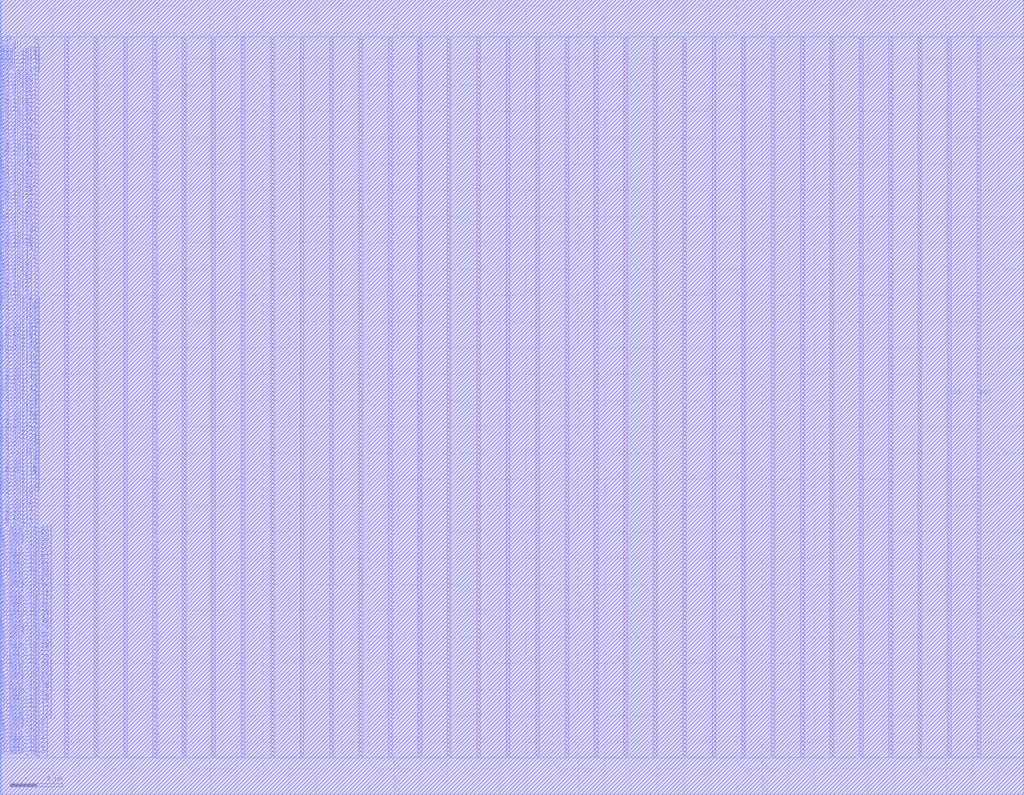
<source format=lef>
VERSION 5.7 ;
BUSBITCHARS "[]" ;
MACRO fakeram45_64x62_upper
  FOREIGN fakeram45_64x62_upper 0 0 ;
  SYMMETRY X Y R90 ;
  SIZE 77.900 BY 60.500 ;
  CLASS BLOCK ;
  PIN w_mask_in[0]
    DIRECTION INPUT ;
    USE SIGNAL ;
    SHAPE ABUTMENT ;
    PORT
      LAYER M3_m ;
      RECT 0.000 2.800 0.070 2.870 ;
    END
  END w_mask_in[0]
  PIN w_mask_in[1]
    DIRECTION INPUT ;
    USE SIGNAL ;
    SHAPE ABUTMENT ;
    PORT
      LAYER M3_m ;
      RECT 0.000 3.080 0.070 3.150 ;
    END
  END w_mask_in[1]
  PIN w_mask_in[2]
    DIRECTION INPUT ;
    USE SIGNAL ;
    SHAPE ABUTMENT ;
    PORT
      LAYER M3_m ;
      RECT 0.000 3.360 0.070 3.430 ;
    END
  END w_mask_in[2]
  PIN w_mask_in[3]
    DIRECTION INPUT ;
    USE SIGNAL ;
    SHAPE ABUTMENT ;
    PORT
      LAYER M3_m ;
      RECT 0.000 3.640 0.070 3.710 ;
    END
  END w_mask_in[3]
  PIN w_mask_in[4]
    DIRECTION INPUT ;
    USE SIGNAL ;
    SHAPE ABUTMENT ;
    PORT
      LAYER M3_m ;
      RECT 0.000 3.920 0.070 3.990 ;
    END
  END w_mask_in[4]
  PIN w_mask_in[5]
    DIRECTION INPUT ;
    USE SIGNAL ;
    SHAPE ABUTMENT ;
    PORT
      LAYER M3_m ;
      RECT 0.000 4.200 0.070 4.270 ;
    END
  END w_mask_in[5]
  PIN w_mask_in[6]
    DIRECTION INPUT ;
    USE SIGNAL ;
    SHAPE ABUTMENT ;
    PORT
      LAYER M3_m ;
      RECT 0.000 4.480 0.070 4.550 ;
    END
  END w_mask_in[6]
  PIN w_mask_in[7]
    DIRECTION INPUT ;
    USE SIGNAL ;
    SHAPE ABUTMENT ;
    PORT
      LAYER M3_m ;
      RECT 0.000 4.760 0.070 4.830 ;
    END
  END w_mask_in[7]
  PIN w_mask_in[8]
    DIRECTION INPUT ;
    USE SIGNAL ;
    SHAPE ABUTMENT ;
    PORT
      LAYER M3_m ;
      RECT 0.000 5.040 0.070 5.110 ;
    END
  END w_mask_in[8]
  PIN w_mask_in[9]
    DIRECTION INPUT ;
    USE SIGNAL ;
    SHAPE ABUTMENT ;
    PORT
      LAYER M3_m ;
      RECT 0.000 5.320 0.070 5.390 ;
    END
  END w_mask_in[9]
  PIN w_mask_in[10]
    DIRECTION INPUT ;
    USE SIGNAL ;
    SHAPE ABUTMENT ;
    PORT
      LAYER M3_m ;
      RECT 0.000 5.600 0.070 5.670 ;
    END
  END w_mask_in[10]
  PIN w_mask_in[11]
    DIRECTION INPUT ;
    USE SIGNAL ;
    SHAPE ABUTMENT ;
    PORT
      LAYER M3_m ;
      RECT 0.000 5.880 0.070 5.950 ;
    END
  END w_mask_in[11]
  PIN w_mask_in[12]
    DIRECTION INPUT ;
    USE SIGNAL ;
    SHAPE ABUTMENT ;
    PORT
      LAYER M3_m ;
      RECT 0.000 6.160 0.070 6.230 ;
    END
  END w_mask_in[12]
  PIN w_mask_in[13]
    DIRECTION INPUT ;
    USE SIGNAL ;
    SHAPE ABUTMENT ;
    PORT
      LAYER M3_m ;
      RECT 0.000 6.440 0.070 6.510 ;
    END
  END w_mask_in[13]
  PIN w_mask_in[14]
    DIRECTION INPUT ;
    USE SIGNAL ;
    SHAPE ABUTMENT ;
    PORT
      LAYER M3_m ;
      RECT 0.000 6.720 0.070 6.790 ;
    END
  END w_mask_in[14]
  PIN w_mask_in[15]
    DIRECTION INPUT ;
    USE SIGNAL ;
    SHAPE ABUTMENT ;
    PORT
      LAYER M3_m ;
      RECT 0.000 7.000 0.070 7.070 ;
    END
  END w_mask_in[15]
  PIN w_mask_in[16]
    DIRECTION INPUT ;
    USE SIGNAL ;
    SHAPE ABUTMENT ;
    PORT
      LAYER M3_m ;
      RECT 0.000 7.280 0.070 7.350 ;
    END
  END w_mask_in[16]
  PIN w_mask_in[17]
    DIRECTION INPUT ;
    USE SIGNAL ;
    SHAPE ABUTMENT ;
    PORT
      LAYER M3_m ;
      RECT 0.000 7.560 0.070 7.630 ;
    END
  END w_mask_in[17]
  PIN w_mask_in[18]
    DIRECTION INPUT ;
    USE SIGNAL ;
    SHAPE ABUTMENT ;
    PORT
      LAYER M3_m ;
      RECT 0.000 7.840 0.070 7.910 ;
    END
  END w_mask_in[18]
  PIN w_mask_in[19]
    DIRECTION INPUT ;
    USE SIGNAL ;
    SHAPE ABUTMENT ;
    PORT
      LAYER M3_m ;
      RECT 0.000 8.120 0.070 8.190 ;
    END
  END w_mask_in[19]
  PIN w_mask_in[20]
    DIRECTION INPUT ;
    USE SIGNAL ;
    SHAPE ABUTMENT ;
    PORT
      LAYER M3_m ;
      RECT 0.000 8.400 0.070 8.470 ;
    END
  END w_mask_in[20]
  PIN w_mask_in[21]
    DIRECTION INPUT ;
    USE SIGNAL ;
    SHAPE ABUTMENT ;
    PORT
      LAYER M3_m ;
      RECT 0.000 8.680 0.070 8.750 ;
    END
  END w_mask_in[21]
  PIN w_mask_in[22]
    DIRECTION INPUT ;
    USE SIGNAL ;
    SHAPE ABUTMENT ;
    PORT
      LAYER M3_m ;
      RECT 0.000 8.960 0.070 9.030 ;
    END
  END w_mask_in[22]
  PIN w_mask_in[23]
    DIRECTION INPUT ;
    USE SIGNAL ;
    SHAPE ABUTMENT ;
    PORT
      LAYER M3_m ;
      RECT 0.000 9.240 0.070 9.310 ;
    END
  END w_mask_in[23]
  PIN w_mask_in[24]
    DIRECTION INPUT ;
    USE SIGNAL ;
    SHAPE ABUTMENT ;
    PORT
      LAYER M3_m ;
      RECT 0.000 9.520 0.070 9.590 ;
    END
  END w_mask_in[24]
  PIN w_mask_in[25]
    DIRECTION INPUT ;
    USE SIGNAL ;
    SHAPE ABUTMENT ;
    PORT
      LAYER M3_m ;
      RECT 0.000 9.800 0.070 9.870 ;
    END
  END w_mask_in[25]
  PIN w_mask_in[26]
    DIRECTION INPUT ;
    USE SIGNAL ;
    SHAPE ABUTMENT ;
    PORT
      LAYER M3_m ;
      RECT 0.000 10.080 0.070 10.150 ;
    END
  END w_mask_in[26]
  PIN w_mask_in[27]
    DIRECTION INPUT ;
    USE SIGNAL ;
    SHAPE ABUTMENT ;
    PORT
      LAYER M3_m ;
      RECT 0.000 10.360 0.070 10.430 ;
    END
  END w_mask_in[27]
  PIN w_mask_in[28]
    DIRECTION INPUT ;
    USE SIGNAL ;
    SHAPE ABUTMENT ;
    PORT
      LAYER M3_m ;
      RECT 0.000 10.640 0.070 10.710 ;
    END
  END w_mask_in[28]
  PIN w_mask_in[29]
    DIRECTION INPUT ;
    USE SIGNAL ;
    SHAPE ABUTMENT ;
    PORT
      LAYER M3_m ;
      RECT 0.000 10.920 0.070 10.990 ;
    END
  END w_mask_in[29]
  PIN w_mask_in[30]
    DIRECTION INPUT ;
    USE SIGNAL ;
    SHAPE ABUTMENT ;
    PORT
      LAYER M3_m ;
      RECT 0.000 11.200 0.070 11.270 ;
    END
  END w_mask_in[30]
  PIN w_mask_in[31]
    DIRECTION INPUT ;
    USE SIGNAL ;
    SHAPE ABUTMENT ;
    PORT
      LAYER M3_m ;
      RECT 0.000 11.480 0.070 11.550 ;
    END
  END w_mask_in[31]
  PIN w_mask_in[32]
    DIRECTION INPUT ;
    USE SIGNAL ;
    SHAPE ABUTMENT ;
    PORT
      LAYER M3_m ;
      RECT 0.000 11.760 0.070 11.830 ;
    END
  END w_mask_in[32]
  PIN w_mask_in[33]
    DIRECTION INPUT ;
    USE SIGNAL ;
    SHAPE ABUTMENT ;
    PORT
      LAYER M3_m ;
      RECT 0.000 12.040 0.070 12.110 ;
    END
  END w_mask_in[33]
  PIN w_mask_in[34]
    DIRECTION INPUT ;
    USE SIGNAL ;
    SHAPE ABUTMENT ;
    PORT
      LAYER M3_m ;
      RECT 0.000 12.320 0.070 12.390 ;
    END
  END w_mask_in[34]
  PIN w_mask_in[35]
    DIRECTION INPUT ;
    USE SIGNAL ;
    SHAPE ABUTMENT ;
    PORT
      LAYER M3_m ;
      RECT 0.000 12.600 0.070 12.670 ;
    END
  END w_mask_in[35]
  PIN w_mask_in[36]
    DIRECTION INPUT ;
    USE SIGNAL ;
    SHAPE ABUTMENT ;
    PORT
      LAYER M3_m ;
      RECT 0.000 12.880 0.070 12.950 ;
    END
  END w_mask_in[36]
  PIN w_mask_in[37]
    DIRECTION INPUT ;
    USE SIGNAL ;
    SHAPE ABUTMENT ;
    PORT
      LAYER M3_m ;
      RECT 0.000 13.160 0.070 13.230 ;
    END
  END w_mask_in[37]
  PIN w_mask_in[38]
    DIRECTION INPUT ;
    USE SIGNAL ;
    SHAPE ABUTMENT ;
    PORT
      LAYER M3_m ;
      RECT 0.000 13.440 0.070 13.510 ;
    END
  END w_mask_in[38]
  PIN w_mask_in[39]
    DIRECTION INPUT ;
    USE SIGNAL ;
    SHAPE ABUTMENT ;
    PORT
      LAYER M3_m ;
      RECT 0.000 13.720 0.070 13.790 ;
    END
  END w_mask_in[39]
  PIN w_mask_in[40]
    DIRECTION INPUT ;
    USE SIGNAL ;
    SHAPE ABUTMENT ;
    PORT
      LAYER M3_m ;
      RECT 0.000 14.000 0.070 14.070 ;
    END
  END w_mask_in[40]
  PIN w_mask_in[41]
    DIRECTION INPUT ;
    USE SIGNAL ;
    SHAPE ABUTMENT ;
    PORT
      LAYER M3_m ;
      RECT 0.000 14.280 0.070 14.350 ;
    END
  END w_mask_in[41]
  PIN w_mask_in[42]
    DIRECTION INPUT ;
    USE SIGNAL ;
    SHAPE ABUTMENT ;
    PORT
      LAYER M3_m ;
      RECT 0.000 14.560 0.070 14.630 ;
    END
  END w_mask_in[42]
  PIN w_mask_in[43]
    DIRECTION INPUT ;
    USE SIGNAL ;
    SHAPE ABUTMENT ;
    PORT
      LAYER M3_m ;
      RECT 0.000 14.840 0.070 14.910 ;
    END
  END w_mask_in[43]
  PIN w_mask_in[44]
    DIRECTION INPUT ;
    USE SIGNAL ;
    SHAPE ABUTMENT ;
    PORT
      LAYER M3_m ;
      RECT 0.000 15.120 0.070 15.190 ;
    END
  END w_mask_in[44]
  PIN w_mask_in[45]
    DIRECTION INPUT ;
    USE SIGNAL ;
    SHAPE ABUTMENT ;
    PORT
      LAYER M3_m ;
      RECT 0.000 15.400 0.070 15.470 ;
    END
  END w_mask_in[45]
  PIN w_mask_in[46]
    DIRECTION INPUT ;
    USE SIGNAL ;
    SHAPE ABUTMENT ;
    PORT
      LAYER M3_m ;
      RECT 0.000 15.680 0.070 15.750 ;
    END
  END w_mask_in[46]
  PIN w_mask_in[47]
    DIRECTION INPUT ;
    USE SIGNAL ;
    SHAPE ABUTMENT ;
    PORT
      LAYER M3_m ;
      RECT 0.000 15.960 0.070 16.030 ;
    END
  END w_mask_in[47]
  PIN w_mask_in[48]
    DIRECTION INPUT ;
    USE SIGNAL ;
    SHAPE ABUTMENT ;
    PORT
      LAYER M3_m ;
      RECT 0.000 16.240 0.070 16.310 ;
    END
  END w_mask_in[48]
  PIN w_mask_in[49]
    DIRECTION INPUT ;
    USE SIGNAL ;
    SHAPE ABUTMENT ;
    PORT
      LAYER M3_m ;
      RECT 0.000 16.520 0.070 16.590 ;
    END
  END w_mask_in[49]
  PIN w_mask_in[50]
    DIRECTION INPUT ;
    USE SIGNAL ;
    SHAPE ABUTMENT ;
    PORT
      LAYER M3_m ;
      RECT 0.000 16.800 0.070 16.870 ;
    END
  END w_mask_in[50]
  PIN w_mask_in[51]
    DIRECTION INPUT ;
    USE SIGNAL ;
    SHAPE ABUTMENT ;
    PORT
      LAYER M3_m ;
      RECT 0.000 17.080 0.070 17.150 ;
    END
  END w_mask_in[51]
  PIN w_mask_in[52]
    DIRECTION INPUT ;
    USE SIGNAL ;
    SHAPE ABUTMENT ;
    PORT
      LAYER M3_m ;
      RECT 0.000 17.360 0.070 17.430 ;
    END
  END w_mask_in[52]
  PIN w_mask_in[53]
    DIRECTION INPUT ;
    USE SIGNAL ;
    SHAPE ABUTMENT ;
    PORT
      LAYER M3_m ;
      RECT 0.000 17.640 0.070 17.710 ;
    END
  END w_mask_in[53]
  PIN w_mask_in[54]
    DIRECTION INPUT ;
    USE SIGNAL ;
    SHAPE ABUTMENT ;
    PORT
      LAYER M3_m ;
      RECT 0.000 17.920 0.070 17.990 ;
    END
  END w_mask_in[54]
  PIN w_mask_in[55]
    DIRECTION INPUT ;
    USE SIGNAL ;
    SHAPE ABUTMENT ;
    PORT
      LAYER M3_m ;
      RECT 0.000 18.200 0.070 18.270 ;
    END
  END w_mask_in[55]
  PIN w_mask_in[56]
    DIRECTION INPUT ;
    USE SIGNAL ;
    SHAPE ABUTMENT ;
    PORT
      LAYER M3_m ;
      RECT 0.000 18.480 0.070 18.550 ;
    END
  END w_mask_in[56]
  PIN w_mask_in[57]
    DIRECTION INPUT ;
    USE SIGNAL ;
    SHAPE ABUTMENT ;
    PORT
      LAYER M3_m ;
      RECT 0.000 18.760 0.070 18.830 ;
    END
  END w_mask_in[57]
  PIN w_mask_in[58]
    DIRECTION INPUT ;
    USE SIGNAL ;
    SHAPE ABUTMENT ;
    PORT
      LAYER M3_m ;
      RECT 0.000 19.040 0.070 19.110 ;
    END
  END w_mask_in[58]
  PIN w_mask_in[59]
    DIRECTION INPUT ;
    USE SIGNAL ;
    SHAPE ABUTMENT ;
    PORT
      LAYER M3_m ;
      RECT 0.000 19.320 0.070 19.390 ;
    END
  END w_mask_in[59]
  PIN w_mask_in[60]
    DIRECTION INPUT ;
    USE SIGNAL ;
    SHAPE ABUTMENT ;
    PORT
      LAYER M3_m ;
      RECT 0.000 19.600 0.070 19.670 ;
    END
  END w_mask_in[60]
  PIN w_mask_in[61]
    DIRECTION INPUT ;
    USE SIGNAL ;
    SHAPE ABUTMENT ;
    PORT
      LAYER M3_m ;
      RECT 0.000 19.880 0.070 19.950 ;
    END
  END w_mask_in[61]
  PIN rd_out[0]
    DIRECTION OUTPUT ;
    USE SIGNAL ;
    SHAPE ABUTMENT ;
    PORT
      LAYER M3_m ;
      RECT 0.000 20.160 0.070 20.230 ;
    END
  END rd_out[0]
  PIN rd_out[1]
    DIRECTION OUTPUT ;
    USE SIGNAL ;
    SHAPE ABUTMENT ;
    PORT
      LAYER M3_m ;
      RECT 0.000 20.440 0.070 20.510 ;
    END
  END rd_out[1]
  PIN rd_out[2]
    DIRECTION OUTPUT ;
    USE SIGNAL ;
    SHAPE ABUTMENT ;
    PORT
      LAYER M3_m ;
      RECT 0.000 20.720 0.070 20.790 ;
    END
  END rd_out[2]
  PIN rd_out[3]
    DIRECTION OUTPUT ;
    USE SIGNAL ;
    SHAPE ABUTMENT ;
    PORT
      LAYER M3_m ;
      RECT 0.000 21.000 0.070 21.070 ;
    END
  END rd_out[3]
  PIN rd_out[4]
    DIRECTION OUTPUT ;
    USE SIGNAL ;
    SHAPE ABUTMENT ;
    PORT
      LAYER M3_m ;
      RECT 0.000 21.280 0.070 21.350 ;
    END
  END rd_out[4]
  PIN rd_out[5]
    DIRECTION OUTPUT ;
    USE SIGNAL ;
    SHAPE ABUTMENT ;
    PORT
      LAYER M3_m ;
      RECT 0.000 21.560 0.070 21.630 ;
    END
  END rd_out[5]
  PIN rd_out[6]
    DIRECTION OUTPUT ;
    USE SIGNAL ;
    SHAPE ABUTMENT ;
    PORT
      LAYER M3_m ;
      RECT 0.000 21.840 0.070 21.910 ;
    END
  END rd_out[6]
  PIN rd_out[7]
    DIRECTION OUTPUT ;
    USE SIGNAL ;
    SHAPE ABUTMENT ;
    PORT
      LAYER M3_m ;
      RECT 0.000 22.120 0.070 22.190 ;
    END
  END rd_out[7]
  PIN rd_out[8]
    DIRECTION OUTPUT ;
    USE SIGNAL ;
    SHAPE ABUTMENT ;
    PORT
      LAYER M3_m ;
      RECT 0.000 22.400 0.070 22.470 ;
    END
  END rd_out[8]
  PIN rd_out[9]
    DIRECTION OUTPUT ;
    USE SIGNAL ;
    SHAPE ABUTMENT ;
    PORT
      LAYER M3_m ;
      RECT 0.000 22.680 0.070 22.750 ;
    END
  END rd_out[9]
  PIN rd_out[10]
    DIRECTION OUTPUT ;
    USE SIGNAL ;
    SHAPE ABUTMENT ;
    PORT
      LAYER M3_m ;
      RECT 0.000 22.960 0.070 23.030 ;
    END
  END rd_out[10]
  PIN rd_out[11]
    DIRECTION OUTPUT ;
    USE SIGNAL ;
    SHAPE ABUTMENT ;
    PORT
      LAYER M3_m ;
      RECT 0.000 23.240 0.070 23.310 ;
    END
  END rd_out[11]
  PIN rd_out[12]
    DIRECTION OUTPUT ;
    USE SIGNAL ;
    SHAPE ABUTMENT ;
    PORT
      LAYER M3_m ;
      RECT 0.000 23.520 0.070 23.590 ;
    END
  END rd_out[12]
  PIN rd_out[13]
    DIRECTION OUTPUT ;
    USE SIGNAL ;
    SHAPE ABUTMENT ;
    PORT
      LAYER M3_m ;
      RECT 0.000 23.800 0.070 23.870 ;
    END
  END rd_out[13]
  PIN rd_out[14]
    DIRECTION OUTPUT ;
    USE SIGNAL ;
    SHAPE ABUTMENT ;
    PORT
      LAYER M3_m ;
      RECT 0.000 24.080 0.070 24.150 ;
    END
  END rd_out[14]
  PIN rd_out[15]
    DIRECTION OUTPUT ;
    USE SIGNAL ;
    SHAPE ABUTMENT ;
    PORT
      LAYER M3_m ;
      RECT 0.000 24.360 0.070 24.430 ;
    END
  END rd_out[15]
  PIN rd_out[16]
    DIRECTION OUTPUT ;
    USE SIGNAL ;
    SHAPE ABUTMENT ;
    PORT
      LAYER M3_m ;
      RECT 0.000 24.640 0.070 24.710 ;
    END
  END rd_out[16]
  PIN rd_out[17]
    DIRECTION OUTPUT ;
    USE SIGNAL ;
    SHAPE ABUTMENT ;
    PORT
      LAYER M3_m ;
      RECT 0.000 24.920 0.070 24.990 ;
    END
  END rd_out[17]
  PIN rd_out[18]
    DIRECTION OUTPUT ;
    USE SIGNAL ;
    SHAPE ABUTMENT ;
    PORT
      LAYER M3_m ;
      RECT 0.000 25.200 0.070 25.270 ;
    END
  END rd_out[18]
  PIN rd_out[19]
    DIRECTION OUTPUT ;
    USE SIGNAL ;
    SHAPE ABUTMENT ;
    PORT
      LAYER M3_m ;
      RECT 0.000 25.480 0.070 25.550 ;
    END
  END rd_out[19]
  PIN rd_out[20]
    DIRECTION OUTPUT ;
    USE SIGNAL ;
    SHAPE ABUTMENT ;
    PORT
      LAYER M3_m ;
      RECT 0.000 25.760 0.070 25.830 ;
    END
  END rd_out[20]
  PIN rd_out[21]
    DIRECTION OUTPUT ;
    USE SIGNAL ;
    SHAPE ABUTMENT ;
    PORT
      LAYER M3_m ;
      RECT 0.000 26.040 0.070 26.110 ;
    END
  END rd_out[21]
  PIN rd_out[22]
    DIRECTION OUTPUT ;
    USE SIGNAL ;
    SHAPE ABUTMENT ;
    PORT
      LAYER M3_m ;
      RECT 0.000 26.320 0.070 26.390 ;
    END
  END rd_out[22]
  PIN rd_out[23]
    DIRECTION OUTPUT ;
    USE SIGNAL ;
    SHAPE ABUTMENT ;
    PORT
      LAYER M3_m ;
      RECT 0.000 26.600 0.070 26.670 ;
    END
  END rd_out[23]
  PIN rd_out[24]
    DIRECTION OUTPUT ;
    USE SIGNAL ;
    SHAPE ABUTMENT ;
    PORT
      LAYER M3_m ;
      RECT 0.000 26.880 0.070 26.950 ;
    END
  END rd_out[24]
  PIN rd_out[25]
    DIRECTION OUTPUT ;
    USE SIGNAL ;
    SHAPE ABUTMENT ;
    PORT
      LAYER M3_m ;
      RECT 0.000 27.160 0.070 27.230 ;
    END
  END rd_out[25]
  PIN rd_out[26]
    DIRECTION OUTPUT ;
    USE SIGNAL ;
    SHAPE ABUTMENT ;
    PORT
      LAYER M3_m ;
      RECT 0.000 27.440 0.070 27.510 ;
    END
  END rd_out[26]
  PIN rd_out[27]
    DIRECTION OUTPUT ;
    USE SIGNAL ;
    SHAPE ABUTMENT ;
    PORT
      LAYER M3_m ;
      RECT 0.000 27.720 0.070 27.790 ;
    END
  END rd_out[27]
  PIN rd_out[28]
    DIRECTION OUTPUT ;
    USE SIGNAL ;
    SHAPE ABUTMENT ;
    PORT
      LAYER M3_m ;
      RECT 0.000 28.000 0.070 28.070 ;
    END
  END rd_out[28]
  PIN rd_out[29]
    DIRECTION OUTPUT ;
    USE SIGNAL ;
    SHAPE ABUTMENT ;
    PORT
      LAYER M3_m ;
      RECT 0.000 28.280 0.070 28.350 ;
    END
  END rd_out[29]
  PIN rd_out[30]
    DIRECTION OUTPUT ;
    USE SIGNAL ;
    SHAPE ABUTMENT ;
    PORT
      LAYER M3_m ;
      RECT 0.000 28.560 0.070 28.630 ;
    END
  END rd_out[30]
  PIN rd_out[31]
    DIRECTION OUTPUT ;
    USE SIGNAL ;
    SHAPE ABUTMENT ;
    PORT
      LAYER M3_m ;
      RECT 0.000 28.840 0.070 28.910 ;
    END
  END rd_out[31]
  PIN rd_out[32]
    DIRECTION OUTPUT ;
    USE SIGNAL ;
    SHAPE ABUTMENT ;
    PORT
      LAYER M3_m ;
      RECT 0.000 29.120 0.070 29.190 ;
    END
  END rd_out[32]
  PIN rd_out[33]
    DIRECTION OUTPUT ;
    USE SIGNAL ;
    SHAPE ABUTMENT ;
    PORT
      LAYER M3_m ;
      RECT 0.000 29.400 0.070 29.470 ;
    END
  END rd_out[33]
  PIN rd_out[34]
    DIRECTION OUTPUT ;
    USE SIGNAL ;
    SHAPE ABUTMENT ;
    PORT
      LAYER M3_m ;
      RECT 0.000 29.680 0.070 29.750 ;
    END
  END rd_out[34]
  PIN rd_out[35]
    DIRECTION OUTPUT ;
    USE SIGNAL ;
    SHAPE ABUTMENT ;
    PORT
      LAYER M3_m ;
      RECT 0.000 29.960 0.070 30.030 ;
    END
  END rd_out[35]
  PIN rd_out[36]
    DIRECTION OUTPUT ;
    USE SIGNAL ;
    SHAPE ABUTMENT ;
    PORT
      LAYER M3_m ;
      RECT 0.000 30.240 0.070 30.310 ;
    END
  END rd_out[36]
  PIN rd_out[37]
    DIRECTION OUTPUT ;
    USE SIGNAL ;
    SHAPE ABUTMENT ;
    PORT
      LAYER M3_m ;
      RECT 0.000 30.520 0.070 30.590 ;
    END
  END rd_out[37]
  PIN rd_out[38]
    DIRECTION OUTPUT ;
    USE SIGNAL ;
    SHAPE ABUTMENT ;
    PORT
      LAYER M3_m ;
      RECT 0.000 30.800 0.070 30.870 ;
    END
  END rd_out[38]
  PIN rd_out[39]
    DIRECTION OUTPUT ;
    USE SIGNAL ;
    SHAPE ABUTMENT ;
    PORT
      LAYER M3_m ;
      RECT 0.000 31.080 0.070 31.150 ;
    END
  END rd_out[39]
  PIN rd_out[40]
    DIRECTION OUTPUT ;
    USE SIGNAL ;
    SHAPE ABUTMENT ;
    PORT
      LAYER M3_m ;
      RECT 0.000 31.360 0.070 31.430 ;
    END
  END rd_out[40]
  PIN rd_out[41]
    DIRECTION OUTPUT ;
    USE SIGNAL ;
    SHAPE ABUTMENT ;
    PORT
      LAYER M3_m ;
      RECT 0.000 31.640 0.070 31.710 ;
    END
  END rd_out[41]
  PIN rd_out[42]
    DIRECTION OUTPUT ;
    USE SIGNAL ;
    SHAPE ABUTMENT ;
    PORT
      LAYER M3_m ;
      RECT 0.000 31.920 0.070 31.990 ;
    END
  END rd_out[42]
  PIN rd_out[43]
    DIRECTION OUTPUT ;
    USE SIGNAL ;
    SHAPE ABUTMENT ;
    PORT
      LAYER M3_m ;
      RECT 0.000 32.200 0.070 32.270 ;
    END
  END rd_out[43]
  PIN rd_out[44]
    DIRECTION OUTPUT ;
    USE SIGNAL ;
    SHAPE ABUTMENT ;
    PORT
      LAYER M3_m ;
      RECT 0.000 32.480 0.070 32.550 ;
    END
  END rd_out[44]
  PIN rd_out[45]
    DIRECTION OUTPUT ;
    USE SIGNAL ;
    SHAPE ABUTMENT ;
    PORT
      LAYER M3_m ;
      RECT 0.000 32.760 0.070 32.830 ;
    END
  END rd_out[45]
  PIN rd_out[46]
    DIRECTION OUTPUT ;
    USE SIGNAL ;
    SHAPE ABUTMENT ;
    PORT
      LAYER M3_m ;
      RECT 0.000 33.040 0.070 33.110 ;
    END
  END rd_out[46]
  PIN rd_out[47]
    DIRECTION OUTPUT ;
    USE SIGNAL ;
    SHAPE ABUTMENT ;
    PORT
      LAYER M3_m ;
      RECT 0.000 33.320 0.070 33.390 ;
    END
  END rd_out[47]
  PIN rd_out[48]
    DIRECTION OUTPUT ;
    USE SIGNAL ;
    SHAPE ABUTMENT ;
    PORT
      LAYER M3_m ;
      RECT 0.000 33.600 0.070 33.670 ;
    END
  END rd_out[48]
  PIN rd_out[49]
    DIRECTION OUTPUT ;
    USE SIGNAL ;
    SHAPE ABUTMENT ;
    PORT
      LAYER M3_m ;
      RECT 0.000 33.880 0.070 33.950 ;
    END
  END rd_out[49]
  PIN rd_out[50]
    DIRECTION OUTPUT ;
    USE SIGNAL ;
    SHAPE ABUTMENT ;
    PORT
      LAYER M3_m ;
      RECT 0.000 34.160 0.070 34.230 ;
    END
  END rd_out[50]
  PIN rd_out[51]
    DIRECTION OUTPUT ;
    USE SIGNAL ;
    SHAPE ABUTMENT ;
    PORT
      LAYER M3_m ;
      RECT 0.000 34.440 0.070 34.510 ;
    END
  END rd_out[51]
  PIN rd_out[52]
    DIRECTION OUTPUT ;
    USE SIGNAL ;
    SHAPE ABUTMENT ;
    PORT
      LAYER M3_m ;
      RECT 0.000 34.720 0.070 34.790 ;
    END
  END rd_out[52]
  PIN rd_out[53]
    DIRECTION OUTPUT ;
    USE SIGNAL ;
    SHAPE ABUTMENT ;
    PORT
      LAYER M3_m ;
      RECT 0.000 35.000 0.070 35.070 ;
    END
  END rd_out[53]
  PIN rd_out[54]
    DIRECTION OUTPUT ;
    USE SIGNAL ;
    SHAPE ABUTMENT ;
    PORT
      LAYER M3_m ;
      RECT 0.000 35.280 0.070 35.350 ;
    END
  END rd_out[54]
  PIN rd_out[55]
    DIRECTION OUTPUT ;
    USE SIGNAL ;
    SHAPE ABUTMENT ;
    PORT
      LAYER M3_m ;
      RECT 0.000 35.560 0.070 35.630 ;
    END
  END rd_out[55]
  PIN rd_out[56]
    DIRECTION OUTPUT ;
    USE SIGNAL ;
    SHAPE ABUTMENT ;
    PORT
      LAYER M3_m ;
      RECT 0.000 35.840 0.070 35.910 ;
    END
  END rd_out[56]
  PIN rd_out[57]
    DIRECTION OUTPUT ;
    USE SIGNAL ;
    SHAPE ABUTMENT ;
    PORT
      LAYER M3_m ;
      RECT 0.000 36.120 0.070 36.190 ;
    END
  END rd_out[57]
  PIN rd_out[58]
    DIRECTION OUTPUT ;
    USE SIGNAL ;
    SHAPE ABUTMENT ;
    PORT
      LAYER M3_m ;
      RECT 0.000 36.400 0.070 36.470 ;
    END
  END rd_out[58]
  PIN rd_out[59]
    DIRECTION OUTPUT ;
    USE SIGNAL ;
    SHAPE ABUTMENT ;
    PORT
      LAYER M3_m ;
      RECT 0.000 36.680 0.070 36.750 ;
    END
  END rd_out[59]
  PIN rd_out[60]
    DIRECTION OUTPUT ;
    USE SIGNAL ;
    SHAPE ABUTMENT ;
    PORT
      LAYER M3_m ;
      RECT 0.000 36.960 0.070 37.030 ;
    END
  END rd_out[60]
  PIN rd_out[61]
    DIRECTION OUTPUT ;
    USE SIGNAL ;
    SHAPE ABUTMENT ;
    PORT
      LAYER M3_m ;
      RECT 0.000 37.240 0.070 37.310 ;
    END
  END rd_out[61]
  PIN wd_in[0]
    DIRECTION INPUT ;
    USE SIGNAL ;
    SHAPE ABUTMENT ;
    PORT
      LAYER M3_m ;
      RECT 0.000 37.520 0.070 37.590 ;
    END
  END wd_in[0]
  PIN wd_in[1]
    DIRECTION INPUT ;
    USE SIGNAL ;
    SHAPE ABUTMENT ;
    PORT
      LAYER M3_m ;
      RECT 0.000 37.800 0.070 37.870 ;
    END
  END wd_in[1]
  PIN wd_in[2]
    DIRECTION INPUT ;
    USE SIGNAL ;
    SHAPE ABUTMENT ;
    PORT
      LAYER M3_m ;
      RECT 0.000 38.080 0.070 38.150 ;
    END
  END wd_in[2]
  PIN wd_in[3]
    DIRECTION INPUT ;
    USE SIGNAL ;
    SHAPE ABUTMENT ;
    PORT
      LAYER M3_m ;
      RECT 0.000 38.360 0.070 38.430 ;
    END
  END wd_in[3]
  PIN wd_in[4]
    DIRECTION INPUT ;
    USE SIGNAL ;
    SHAPE ABUTMENT ;
    PORT
      LAYER M3_m ;
      RECT 0.000 38.640 0.070 38.710 ;
    END
  END wd_in[4]
  PIN wd_in[5]
    DIRECTION INPUT ;
    USE SIGNAL ;
    SHAPE ABUTMENT ;
    PORT
      LAYER M3_m ;
      RECT 0.000 38.920 0.070 38.990 ;
    END
  END wd_in[5]
  PIN wd_in[6]
    DIRECTION INPUT ;
    USE SIGNAL ;
    SHAPE ABUTMENT ;
    PORT
      LAYER M3_m ;
      RECT 0.000 39.200 0.070 39.270 ;
    END
  END wd_in[6]
  PIN wd_in[7]
    DIRECTION INPUT ;
    USE SIGNAL ;
    SHAPE ABUTMENT ;
    PORT
      LAYER M3_m ;
      RECT 0.000 39.480 0.070 39.550 ;
    END
  END wd_in[7]
  PIN wd_in[8]
    DIRECTION INPUT ;
    USE SIGNAL ;
    SHAPE ABUTMENT ;
    PORT
      LAYER M3_m ;
      RECT 0.000 39.760 0.070 39.830 ;
    END
  END wd_in[8]
  PIN wd_in[9]
    DIRECTION INPUT ;
    USE SIGNAL ;
    SHAPE ABUTMENT ;
    PORT
      LAYER M3_m ;
      RECT 0.000 40.040 0.070 40.110 ;
    END
  END wd_in[9]
  PIN wd_in[10]
    DIRECTION INPUT ;
    USE SIGNAL ;
    SHAPE ABUTMENT ;
    PORT
      LAYER M3_m ;
      RECT 0.000 40.320 0.070 40.390 ;
    END
  END wd_in[10]
  PIN wd_in[11]
    DIRECTION INPUT ;
    USE SIGNAL ;
    SHAPE ABUTMENT ;
    PORT
      LAYER M3_m ;
      RECT 0.000 40.600 0.070 40.670 ;
    END
  END wd_in[11]
  PIN wd_in[12]
    DIRECTION INPUT ;
    USE SIGNAL ;
    SHAPE ABUTMENT ;
    PORT
      LAYER M3_m ;
      RECT 0.000 40.880 0.070 40.950 ;
    END
  END wd_in[12]
  PIN wd_in[13]
    DIRECTION INPUT ;
    USE SIGNAL ;
    SHAPE ABUTMENT ;
    PORT
      LAYER M3_m ;
      RECT 0.000 41.160 0.070 41.230 ;
    END
  END wd_in[13]
  PIN wd_in[14]
    DIRECTION INPUT ;
    USE SIGNAL ;
    SHAPE ABUTMENT ;
    PORT
      LAYER M3_m ;
      RECT 0.000 41.440 0.070 41.510 ;
    END
  END wd_in[14]
  PIN wd_in[15]
    DIRECTION INPUT ;
    USE SIGNAL ;
    SHAPE ABUTMENT ;
    PORT
      LAYER M3_m ;
      RECT 0.000 41.720 0.070 41.790 ;
    END
  END wd_in[15]
  PIN wd_in[16]
    DIRECTION INPUT ;
    USE SIGNAL ;
    SHAPE ABUTMENT ;
    PORT
      LAYER M3_m ;
      RECT 0.000 42.000 0.070 42.070 ;
    END
  END wd_in[16]
  PIN wd_in[17]
    DIRECTION INPUT ;
    USE SIGNAL ;
    SHAPE ABUTMENT ;
    PORT
      LAYER M3_m ;
      RECT 0.000 42.280 0.070 42.350 ;
    END
  END wd_in[17]
  PIN wd_in[18]
    DIRECTION INPUT ;
    USE SIGNAL ;
    SHAPE ABUTMENT ;
    PORT
      LAYER M3_m ;
      RECT 0.000 42.560 0.070 42.630 ;
    END
  END wd_in[18]
  PIN wd_in[19]
    DIRECTION INPUT ;
    USE SIGNAL ;
    SHAPE ABUTMENT ;
    PORT
      LAYER M3_m ;
      RECT 0.000 42.840 0.070 42.910 ;
    END
  END wd_in[19]
  PIN wd_in[20]
    DIRECTION INPUT ;
    USE SIGNAL ;
    SHAPE ABUTMENT ;
    PORT
      LAYER M3_m ;
      RECT 0.000 43.120 0.070 43.190 ;
    END
  END wd_in[20]
  PIN wd_in[21]
    DIRECTION INPUT ;
    USE SIGNAL ;
    SHAPE ABUTMENT ;
    PORT
      LAYER M3_m ;
      RECT 0.000 43.400 0.070 43.470 ;
    END
  END wd_in[21]
  PIN wd_in[22]
    DIRECTION INPUT ;
    USE SIGNAL ;
    SHAPE ABUTMENT ;
    PORT
      LAYER M3_m ;
      RECT 0.000 43.680 0.070 43.750 ;
    END
  END wd_in[22]
  PIN wd_in[23]
    DIRECTION INPUT ;
    USE SIGNAL ;
    SHAPE ABUTMENT ;
    PORT
      LAYER M3_m ;
      RECT 0.000 43.960 0.070 44.030 ;
    END
  END wd_in[23]
  PIN wd_in[24]
    DIRECTION INPUT ;
    USE SIGNAL ;
    SHAPE ABUTMENT ;
    PORT
      LAYER M3_m ;
      RECT 0.000 44.240 0.070 44.310 ;
    END
  END wd_in[24]
  PIN wd_in[25]
    DIRECTION INPUT ;
    USE SIGNAL ;
    SHAPE ABUTMENT ;
    PORT
      LAYER M3_m ;
      RECT 0.000 44.520 0.070 44.590 ;
    END
  END wd_in[25]
  PIN wd_in[26]
    DIRECTION INPUT ;
    USE SIGNAL ;
    SHAPE ABUTMENT ;
    PORT
      LAYER M3_m ;
      RECT 0.000 44.800 0.070 44.870 ;
    END
  END wd_in[26]
  PIN wd_in[27]
    DIRECTION INPUT ;
    USE SIGNAL ;
    SHAPE ABUTMENT ;
    PORT
      LAYER M3_m ;
      RECT 0.000 45.080 0.070 45.150 ;
    END
  END wd_in[27]
  PIN wd_in[28]
    DIRECTION INPUT ;
    USE SIGNAL ;
    SHAPE ABUTMENT ;
    PORT
      LAYER M3_m ;
      RECT 0.000 45.360 0.070 45.430 ;
    END
  END wd_in[28]
  PIN wd_in[29]
    DIRECTION INPUT ;
    USE SIGNAL ;
    SHAPE ABUTMENT ;
    PORT
      LAYER M3_m ;
      RECT 0.000 45.640 0.070 45.710 ;
    END
  END wd_in[29]
  PIN wd_in[30]
    DIRECTION INPUT ;
    USE SIGNAL ;
    SHAPE ABUTMENT ;
    PORT
      LAYER M3_m ;
      RECT 0.000 45.920 0.070 45.990 ;
    END
  END wd_in[30]
  PIN wd_in[31]
    DIRECTION INPUT ;
    USE SIGNAL ;
    SHAPE ABUTMENT ;
    PORT
      LAYER M3_m ;
      RECT 0.000 46.200 0.070 46.270 ;
    END
  END wd_in[31]
  PIN wd_in[32]
    DIRECTION INPUT ;
    USE SIGNAL ;
    SHAPE ABUTMENT ;
    PORT
      LAYER M3_m ;
      RECT 0.000 46.480 0.070 46.550 ;
    END
  END wd_in[32]
  PIN wd_in[33]
    DIRECTION INPUT ;
    USE SIGNAL ;
    SHAPE ABUTMENT ;
    PORT
      LAYER M3_m ;
      RECT 0.000 46.760 0.070 46.830 ;
    END
  END wd_in[33]
  PIN wd_in[34]
    DIRECTION INPUT ;
    USE SIGNAL ;
    SHAPE ABUTMENT ;
    PORT
      LAYER M3_m ;
      RECT 0.000 47.040 0.070 47.110 ;
    END
  END wd_in[34]
  PIN wd_in[35]
    DIRECTION INPUT ;
    USE SIGNAL ;
    SHAPE ABUTMENT ;
    PORT
      LAYER M3_m ;
      RECT 0.000 47.320 0.070 47.390 ;
    END
  END wd_in[35]
  PIN wd_in[36]
    DIRECTION INPUT ;
    USE SIGNAL ;
    SHAPE ABUTMENT ;
    PORT
      LAYER M3_m ;
      RECT 0.000 47.600 0.070 47.670 ;
    END
  END wd_in[36]
  PIN wd_in[37]
    DIRECTION INPUT ;
    USE SIGNAL ;
    SHAPE ABUTMENT ;
    PORT
      LAYER M3_m ;
      RECT 0.000 47.880 0.070 47.950 ;
    END
  END wd_in[37]
  PIN wd_in[38]
    DIRECTION INPUT ;
    USE SIGNAL ;
    SHAPE ABUTMENT ;
    PORT
      LAYER M3_m ;
      RECT 0.000 48.160 0.070 48.230 ;
    END
  END wd_in[38]
  PIN wd_in[39]
    DIRECTION INPUT ;
    USE SIGNAL ;
    SHAPE ABUTMENT ;
    PORT
      LAYER M3_m ;
      RECT 0.000 48.440 0.070 48.510 ;
    END
  END wd_in[39]
  PIN wd_in[40]
    DIRECTION INPUT ;
    USE SIGNAL ;
    SHAPE ABUTMENT ;
    PORT
      LAYER M3_m ;
      RECT 0.000 48.720 0.070 48.790 ;
    END
  END wd_in[40]
  PIN wd_in[41]
    DIRECTION INPUT ;
    USE SIGNAL ;
    SHAPE ABUTMENT ;
    PORT
      LAYER M3_m ;
      RECT 0.000 49.000 0.070 49.070 ;
    END
  END wd_in[41]
  PIN wd_in[42]
    DIRECTION INPUT ;
    USE SIGNAL ;
    SHAPE ABUTMENT ;
    PORT
      LAYER M3_m ;
      RECT 0.000 49.280 0.070 49.350 ;
    END
  END wd_in[42]
  PIN wd_in[43]
    DIRECTION INPUT ;
    USE SIGNAL ;
    SHAPE ABUTMENT ;
    PORT
      LAYER M3_m ;
      RECT 0.000 49.560 0.070 49.630 ;
    END
  END wd_in[43]
  PIN wd_in[44]
    DIRECTION INPUT ;
    USE SIGNAL ;
    SHAPE ABUTMENT ;
    PORT
      LAYER M3_m ;
      RECT 0.000 49.840 0.070 49.910 ;
    END
  END wd_in[44]
  PIN wd_in[45]
    DIRECTION INPUT ;
    USE SIGNAL ;
    SHAPE ABUTMENT ;
    PORT
      LAYER M3_m ;
      RECT 0.000 50.120 0.070 50.190 ;
    END
  END wd_in[45]
  PIN wd_in[46]
    DIRECTION INPUT ;
    USE SIGNAL ;
    SHAPE ABUTMENT ;
    PORT
      LAYER M3_m ;
      RECT 0.000 50.400 0.070 50.470 ;
    END
  END wd_in[46]
  PIN wd_in[47]
    DIRECTION INPUT ;
    USE SIGNAL ;
    SHAPE ABUTMENT ;
    PORT
      LAYER M3_m ;
      RECT 0.000 50.680 0.070 50.750 ;
    END
  END wd_in[47]
  PIN wd_in[48]
    DIRECTION INPUT ;
    USE SIGNAL ;
    SHAPE ABUTMENT ;
    PORT
      LAYER M3_m ;
      RECT 0.000 50.960 0.070 51.030 ;
    END
  END wd_in[48]
  PIN wd_in[49]
    DIRECTION INPUT ;
    USE SIGNAL ;
    SHAPE ABUTMENT ;
    PORT
      LAYER M3_m ;
      RECT 0.000 51.240 0.070 51.310 ;
    END
  END wd_in[49]
  PIN wd_in[50]
    DIRECTION INPUT ;
    USE SIGNAL ;
    SHAPE ABUTMENT ;
    PORT
      LAYER M3_m ;
      RECT 0.000 51.520 0.070 51.590 ;
    END
  END wd_in[50]
  PIN wd_in[51]
    DIRECTION INPUT ;
    USE SIGNAL ;
    SHAPE ABUTMENT ;
    PORT
      LAYER M3_m ;
      RECT 0.000 51.800 0.070 51.870 ;
    END
  END wd_in[51]
  PIN wd_in[52]
    DIRECTION INPUT ;
    USE SIGNAL ;
    SHAPE ABUTMENT ;
    PORT
      LAYER M3_m ;
      RECT 0.000 52.080 0.070 52.150 ;
    END
  END wd_in[52]
  PIN wd_in[53]
    DIRECTION INPUT ;
    USE SIGNAL ;
    SHAPE ABUTMENT ;
    PORT
      LAYER M3_m ;
      RECT 0.000 52.360 0.070 52.430 ;
    END
  END wd_in[53]
  PIN wd_in[54]
    DIRECTION INPUT ;
    USE SIGNAL ;
    SHAPE ABUTMENT ;
    PORT
      LAYER M3_m ;
      RECT 0.000 52.640 0.070 52.710 ;
    END
  END wd_in[54]
  PIN wd_in[55]
    DIRECTION INPUT ;
    USE SIGNAL ;
    SHAPE ABUTMENT ;
    PORT
      LAYER M3_m ;
      RECT 0.000 52.920 0.070 52.990 ;
    END
  END wd_in[55]
  PIN wd_in[56]
    DIRECTION INPUT ;
    USE SIGNAL ;
    SHAPE ABUTMENT ;
    PORT
      LAYER M3_m ;
      RECT 0.000 53.200 0.070 53.270 ;
    END
  END wd_in[56]
  PIN wd_in[57]
    DIRECTION INPUT ;
    USE SIGNAL ;
    SHAPE ABUTMENT ;
    PORT
      LAYER M3_m ;
      RECT 0.000 53.480 0.070 53.550 ;
    END
  END wd_in[57]
  PIN wd_in[58]
    DIRECTION INPUT ;
    USE SIGNAL ;
    SHAPE ABUTMENT ;
    PORT
      LAYER M3_m ;
      RECT 0.000 53.760 0.070 53.830 ;
    END
  END wd_in[58]
  PIN wd_in[59]
    DIRECTION INPUT ;
    USE SIGNAL ;
    SHAPE ABUTMENT ;
    PORT
      LAYER M3_m ;
      RECT 0.000 54.040 0.070 54.110 ;
    END
  END wd_in[59]
  PIN wd_in[60]
    DIRECTION INPUT ;
    USE SIGNAL ;
    SHAPE ABUTMENT ;
    PORT
      LAYER M3_m ;
      RECT 0.000 54.320 0.070 54.390 ;
    END
  END wd_in[60]
  PIN wd_in[61]
    DIRECTION INPUT ;
    USE SIGNAL ;
    SHAPE ABUTMENT ;
    PORT
      LAYER M3_m ;
      RECT 0.000 54.600 0.070 54.670 ;
    END
  END wd_in[61]
  PIN addr_in[0]
    DIRECTION INPUT ;
    USE SIGNAL ;
    SHAPE ABUTMENT ;
    PORT
      LAYER M3_m ;
      RECT 0.000 54.880 0.070 54.950 ;
    END
  END addr_in[0]
  PIN addr_in[1]
    DIRECTION INPUT ;
    USE SIGNAL ;
    SHAPE ABUTMENT ;
    PORT
      LAYER M3_m ;
      RECT 0.000 55.160 0.070 55.230 ;
    END
  END addr_in[1]
  PIN addr_in[2]
    DIRECTION INPUT ;
    USE SIGNAL ;
    SHAPE ABUTMENT ;
    PORT
      LAYER M3_m ;
      RECT 0.000 55.440 0.070 55.510 ;
    END
  END addr_in[2]
  PIN addr_in[3]
    DIRECTION INPUT ;
    USE SIGNAL ;
    SHAPE ABUTMENT ;
    PORT
      LAYER M3_m ;
      RECT 0.000 55.720 0.070 55.790 ;
    END
  END addr_in[3]
  PIN addr_in[4]
    DIRECTION INPUT ;
    USE SIGNAL ;
    SHAPE ABUTMENT ;
    PORT
      LAYER M3_m ;
      RECT 0.000 56.000 0.070 56.070 ;
    END
  END addr_in[4]
  PIN addr_in[5]
    DIRECTION INPUT ;
    USE SIGNAL ;
    SHAPE ABUTMENT ;
    PORT
      LAYER M3_m ;
      RECT 0.000 56.280 0.070 56.350 ;
    END
  END addr_in[5]
  PIN we_in
    DIRECTION INPUT ;
    USE SIGNAL ;
    SHAPE ABUTMENT ;
    PORT
      LAYER M3_m ;
      RECT 0.000 56.560 0.070 56.630 ;
    END
  END we_in
  PIN ce_in
    DIRECTION INPUT ;
    USE SIGNAL ;
    SHAPE ABUTMENT ;
    PORT
      LAYER M3_m ;
      RECT 0.000 56.840 0.070 56.910 ;
    END
  END ce_in
  PIN clk
    DIRECTION INPUT ;
    USE SIGNAL ;
    SHAPE ABUTMENT ;
    PORT
      LAYER M3_m ;
      RECT 0.000 57.120 0.070 57.190 ;
    END
  END clk
  PIN VSS
    DIRECTION INOUT ;
    USE GROUND ;
    PORT
      LAYER M4_m ;
      RECT 2.660 2.800 2.940 57.700 ;
      RECT 7.140 2.800 7.420 57.700 ;
      RECT 11.620 2.800 11.900 57.700 ;
      RECT 16.100 2.800 16.380 57.700 ;
      RECT 20.580 2.800 20.860 57.700 ;
      RECT 25.060 2.800 25.340 57.700 ;
      RECT 29.540 2.800 29.820 57.700 ;
      RECT 34.020 2.800 34.300 57.700 ;
      RECT 38.500 2.800 38.780 57.700 ;
      RECT 42.980 2.800 43.260 57.700 ;
      RECT 47.460 2.800 47.740 57.700 ;
      RECT 51.940 2.800 52.220 57.700 ;
      RECT 56.420 2.800 56.700 57.700 ;
      RECT 60.900 2.800 61.180 57.700 ;
      RECT 65.380 2.800 65.660 57.700 ;
      RECT 69.860 2.800 70.140 57.700 ;
      RECT 74.340 2.800 74.620 57.700 ;
    END
  END VSS
  PIN VDD
    DIRECTION INOUT ;
    USE POWER ;
    PORT
      LAYER M4_m ;
      RECT 4.900 2.800 5.180 57.700 ;
      RECT 9.380 2.800 9.660 57.700 ;
      RECT 13.860 2.800 14.140 57.700 ;
      RECT 18.340 2.800 18.620 57.700 ;
      RECT 22.820 2.800 23.100 57.700 ;
      RECT 27.300 2.800 27.580 57.700 ;
      RECT 31.780 2.800 32.060 57.700 ;
      RECT 36.260 2.800 36.540 57.700 ;
      RECT 40.740 2.800 41.020 57.700 ;
      RECT 45.220 2.800 45.500 57.700 ;
      RECT 49.700 2.800 49.980 57.700 ;
      RECT 54.180 2.800 54.460 57.700 ;
      RECT 58.660 2.800 58.940 57.700 ;
      RECT 63.140 2.800 63.420 57.700 ;
      RECT 67.620 2.800 67.900 57.700 ;
      RECT 72.100 2.800 72.380 57.700 ;
    END
  END VDD
  OBS
    LAYER M1_m ;
    RECT 0 0 77.900 60.500 ;
    LAYER M2_m ;
    RECT 0 0 77.900 60.500 ;
    LAYER M3_m ;
    RECT 0.070 0 77.900 60.500 ;
    RECT 0 0.000 0.070 2.800 ;
    RECT 0 2.870 0.070 3.080 ;
    RECT 0 3.150 0.070 3.360 ;
    RECT 0 3.430 0.070 3.640 ;
    RECT 0 3.710 0.070 3.920 ;
    RECT 0 3.990 0.070 4.200 ;
    RECT 0 4.270 0.070 4.480 ;
    RECT 0 4.550 0.070 4.760 ;
    RECT 0 4.830 0.070 5.040 ;
    RECT 0 5.110 0.070 5.320 ;
    RECT 0 5.390 0.070 5.600 ;
    RECT 0 5.670 0.070 5.880 ;
    RECT 0 5.950 0.070 6.160 ;
    RECT 0 6.230 0.070 6.440 ;
    RECT 0 6.510 0.070 6.720 ;
    RECT 0 6.790 0.070 7.000 ;
    RECT 0 7.070 0.070 7.280 ;
    RECT 0 7.350 0.070 7.560 ;
    RECT 0 7.630 0.070 7.840 ;
    RECT 0 7.910 0.070 8.120 ;
    RECT 0 8.190 0.070 8.400 ;
    RECT 0 8.470 0.070 8.680 ;
    RECT 0 8.750 0.070 8.960 ;
    RECT 0 9.030 0.070 9.240 ;
    RECT 0 9.310 0.070 9.520 ;
    RECT 0 9.590 0.070 9.800 ;
    RECT 0 9.870 0.070 10.080 ;
    RECT 0 10.150 0.070 10.360 ;
    RECT 0 10.430 0.070 10.640 ;
    RECT 0 10.710 0.070 10.920 ;
    RECT 0 10.990 0.070 11.200 ;
    RECT 0 11.270 0.070 11.480 ;
    RECT 0 11.550 0.070 11.760 ;
    RECT 0 11.830 0.070 12.040 ;
    RECT 0 12.110 0.070 12.320 ;
    RECT 0 12.390 0.070 12.600 ;
    RECT 0 12.670 0.070 12.880 ;
    RECT 0 12.950 0.070 13.160 ;
    RECT 0 13.230 0.070 13.440 ;
    RECT 0 13.510 0.070 13.720 ;
    RECT 0 13.790 0.070 14.000 ;
    RECT 0 14.070 0.070 14.280 ;
    RECT 0 14.350 0.070 14.560 ;
    RECT 0 14.630 0.070 14.840 ;
    RECT 0 14.910 0.070 15.120 ;
    RECT 0 15.190 0.070 15.400 ;
    RECT 0 15.470 0.070 15.680 ;
    RECT 0 15.750 0.070 15.960 ;
    RECT 0 16.030 0.070 16.240 ;
    RECT 0 16.310 0.070 16.520 ;
    RECT 0 16.590 0.070 16.800 ;
    RECT 0 16.870 0.070 17.080 ;
    RECT 0 17.150 0.070 17.360 ;
    RECT 0 17.430 0.070 17.640 ;
    RECT 0 17.710 0.070 17.920 ;
    RECT 0 17.990 0.070 18.200 ;
    RECT 0 18.270 0.070 18.480 ;
    RECT 0 18.550 0.070 18.760 ;
    RECT 0 18.830 0.070 19.040 ;
    RECT 0 19.110 0.070 19.320 ;
    RECT 0 19.390 0.070 19.600 ;
    RECT 0 19.670 0.070 19.880 ;
    RECT 0 19.950 0.070 20.160 ;
    RECT 0 20.230 0.070 20.440 ;
    RECT 0 20.510 0.070 20.720 ;
    RECT 0 20.790 0.070 21.000 ;
    RECT 0 21.070 0.070 21.280 ;
    RECT 0 21.350 0.070 21.560 ;
    RECT 0 21.630 0.070 21.840 ;
    RECT 0 21.910 0.070 22.120 ;
    RECT 0 22.190 0.070 22.400 ;
    RECT 0 22.470 0.070 22.680 ;
    RECT 0 22.750 0.070 22.960 ;
    RECT 0 23.030 0.070 23.240 ;
    RECT 0 23.310 0.070 23.520 ;
    RECT 0 23.590 0.070 23.800 ;
    RECT 0 23.870 0.070 24.080 ;
    RECT 0 24.150 0.070 24.360 ;
    RECT 0 24.430 0.070 24.640 ;
    RECT 0 24.710 0.070 24.920 ;
    RECT 0 24.990 0.070 25.200 ;
    RECT 0 25.270 0.070 25.480 ;
    RECT 0 25.550 0.070 25.760 ;
    RECT 0 25.830 0.070 26.040 ;
    RECT 0 26.110 0.070 26.320 ;
    RECT 0 26.390 0.070 26.600 ;
    RECT 0 26.670 0.070 26.880 ;
    RECT 0 26.950 0.070 27.160 ;
    RECT 0 27.230 0.070 27.440 ;
    RECT 0 27.510 0.070 27.720 ;
    RECT 0 27.790 0.070 28.000 ;
    RECT 0 28.070 0.070 28.280 ;
    RECT 0 28.350 0.070 28.560 ;
    RECT 0 28.630 0.070 28.840 ;
    RECT 0 28.910 0.070 29.120 ;
    RECT 0 29.190 0.070 29.400 ;
    RECT 0 29.470 0.070 29.680 ;
    RECT 0 29.750 0.070 29.960 ;
    RECT 0 30.030 0.070 30.240 ;
    RECT 0 30.310 0.070 30.520 ;
    RECT 0 30.590 0.070 30.800 ;
    RECT 0 30.870 0.070 31.080 ;
    RECT 0 31.150 0.070 31.360 ;
    RECT 0 31.430 0.070 31.640 ;
    RECT 0 31.710 0.070 31.920 ;
    RECT 0 31.990 0.070 32.200 ;
    RECT 0 32.270 0.070 32.480 ;
    RECT 0 32.550 0.070 32.760 ;
    RECT 0 32.830 0.070 33.040 ;
    RECT 0 33.110 0.070 33.320 ;
    RECT 0 33.390 0.070 33.600 ;
    RECT 0 33.670 0.070 33.880 ;
    RECT 0 33.950 0.070 34.160 ;
    RECT 0 34.230 0.070 34.440 ;
    RECT 0 34.510 0.070 34.720 ;
    RECT 0 34.790 0.070 35.000 ;
    RECT 0 35.070 0.070 35.280 ;
    RECT 0 35.350 0.070 35.560 ;
    RECT 0 35.630 0.070 35.840 ;
    RECT 0 35.910 0.070 36.120 ;
    RECT 0 36.190 0.070 36.400 ;
    RECT 0 36.470 0.070 36.680 ;
    RECT 0 36.750 0.070 36.960 ;
    RECT 0 37.030 0.070 37.240 ;
    RECT 0 37.310 0.070 37.520 ;
    RECT 0 37.590 0.070 37.800 ;
    RECT 0 37.870 0.070 38.080 ;
    RECT 0 38.150 0.070 38.360 ;
    RECT 0 38.430 0.070 38.640 ;
    RECT 0 38.710 0.070 38.920 ;
    RECT 0 38.990 0.070 39.200 ;
    RECT 0 39.270 0.070 39.480 ;
    RECT 0 39.550 0.070 39.760 ;
    RECT 0 39.830 0.070 40.040 ;
    RECT 0 40.110 0.070 40.320 ;
    RECT 0 40.390 0.070 40.600 ;
    RECT 0 40.670 0.070 40.880 ;
    RECT 0 40.950 0.070 41.160 ;
    RECT 0 41.230 0.070 41.440 ;
    RECT 0 41.510 0.070 41.720 ;
    RECT 0 41.790 0.070 42.000 ;
    RECT 0 42.070 0.070 42.280 ;
    RECT 0 42.350 0.070 42.560 ;
    RECT 0 42.630 0.070 42.840 ;
    RECT 0 42.910 0.070 43.120 ;
    RECT 0 43.190 0.070 43.400 ;
    RECT 0 43.470 0.070 43.680 ;
    RECT 0 43.750 0.070 43.960 ;
    RECT 0 44.030 0.070 44.240 ;
    RECT 0 44.310 0.070 44.520 ;
    RECT 0 44.590 0.070 44.800 ;
    RECT 0 44.870 0.070 45.080 ;
    RECT 0 45.150 0.070 45.360 ;
    RECT 0 45.430 0.070 45.640 ;
    RECT 0 45.710 0.070 45.920 ;
    RECT 0 45.990 0.070 46.200 ;
    RECT 0 46.270 0.070 46.480 ;
    RECT 0 46.550 0.070 46.760 ;
    RECT 0 46.830 0.070 47.040 ;
    RECT 0 47.110 0.070 47.320 ;
    RECT 0 47.390 0.070 47.600 ;
    RECT 0 47.670 0.070 47.880 ;
    RECT 0 47.950 0.070 48.160 ;
    RECT 0 48.230 0.070 48.440 ;
    RECT 0 48.510 0.070 48.720 ;
    RECT 0 48.790 0.070 49.000 ;
    RECT 0 49.070 0.070 49.280 ;
    RECT 0 49.350 0.070 49.560 ;
    RECT 0 49.630 0.070 49.840 ;
    RECT 0 49.910 0.070 50.120 ;
    RECT 0 50.190 0.070 50.400 ;
    RECT 0 50.470 0.070 50.680 ;
    RECT 0 50.750 0.070 50.960 ;
    RECT 0 51.030 0.070 51.240 ;
    RECT 0 51.310 0.070 51.520 ;
    RECT 0 51.590 0.070 51.800 ;
    RECT 0 51.870 0.070 52.080 ;
    RECT 0 52.150 0.070 52.360 ;
    RECT 0 52.430 0.070 52.640 ;
    RECT 0 52.710 0.070 52.920 ;
    RECT 0 52.990 0.070 53.200 ;
    RECT 0 53.270 0.070 53.480 ;
    RECT 0 53.550 0.070 53.760 ;
    RECT 0 53.830 0.070 54.040 ;
    RECT 0 54.110 0.070 54.320 ;
    RECT 0 54.390 0.070 54.600 ;
    RECT 0 54.670 0.070 54.880 ;
    RECT 0 54.950 0.070 55.160 ;
    RECT 0 55.230 0.070 55.440 ;
    RECT 0 55.510 0.070 55.720 ;
    RECT 0 55.790 0.070 56.000 ;
    RECT 0 56.070 0.070 56.280 ;
    RECT 0 56.350 0.070 56.560 ;
    RECT 0 56.630 0.070 56.840 ;
    RECT 0 56.910 0.070 57.120 ;
    RECT 0 57.190 0.070 60.500 ;
    LAYER M4_m ;
    RECT 0 0 77.900 2.800 ;
    RECT 0 57.700 77.900 60.500 ;
    RECT 0.000 2.800 2.660 57.700 ;
    RECT 2.940 2.800 4.900 57.700 ;
    RECT 5.180 2.800 7.140 57.700 ;
    RECT 7.420 2.800 9.380 57.700 ;
    RECT 9.660 2.800 11.620 57.700 ;
    RECT 11.900 2.800 13.860 57.700 ;
    RECT 14.140 2.800 16.100 57.700 ;
    RECT 16.380 2.800 18.340 57.700 ;
    RECT 18.620 2.800 20.580 57.700 ;
    RECT 20.860 2.800 22.820 57.700 ;
    RECT 23.100 2.800 25.060 57.700 ;
    RECT 25.340 2.800 27.300 57.700 ;
    RECT 27.580 2.800 29.540 57.700 ;
    RECT 29.820 2.800 31.780 57.700 ;
    RECT 32.060 2.800 34.020 57.700 ;
    RECT 34.300 2.800 36.260 57.700 ;
    RECT 36.540 2.800 38.500 57.700 ;
    RECT 38.780 2.800 40.740 57.700 ;
    RECT 41.020 2.800 42.980 57.700 ;
    RECT 43.260 2.800 45.220 57.700 ;
    RECT 45.500 2.800 47.460 57.700 ;
    RECT 47.740 2.800 49.700 57.700 ;
    RECT 49.980 2.800 51.940 57.700 ;
    RECT 52.220 2.800 54.180 57.700 ;
    RECT 54.460 2.800 56.420 57.700 ;
    RECT 56.700 2.800 58.660 57.700 ;
    RECT 58.940 2.800 60.900 57.700 ;
    RECT 61.180 2.800 63.140 57.700 ;
    RECT 63.420 2.800 65.380 57.700 ;
    RECT 65.660 2.800 67.620 57.700 ;
    RECT 67.900 2.800 69.860 57.700 ;
    RECT 70.140 2.800 72.100 57.700 ;
    RECT 72.380 2.800 74.340 57.700 ;
    RECT 74.620 2.800 77.900 57.700 ;
  END
END fakeram45_64x62_upper

END LIBRARY

</source>
